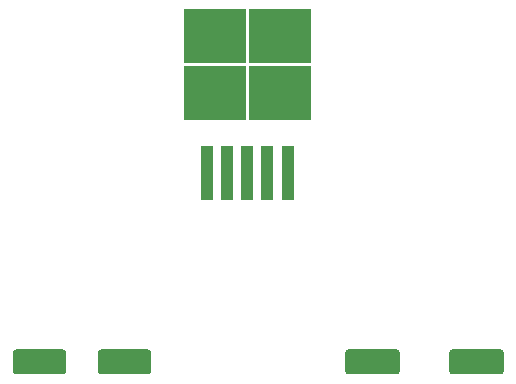
<source format=gbr>
G04 #@! TF.GenerationSoftware,KiCad,Pcbnew,(5.1.2-1)-1*
G04 #@! TF.CreationDate,2020-02-13T23:28:20-08:00*
G04 #@! TF.ProjectId,LM2576,4c4d3235-3736-42e6-9b69-6361645f7063,rev?*
G04 #@! TF.SameCoordinates,Original*
G04 #@! TF.FileFunction,Paste,Top*
G04 #@! TF.FilePolarity,Positive*
%FSLAX46Y46*%
G04 Gerber Fmt 4.6, Leading zero omitted, Abs format (unit mm)*
G04 Created by KiCad (PCBNEW (5.1.2-1)-1) date 2020-02-13 23:28:20*
%MOMM*%
%LPD*%
G04 APERTURE LIST*
%ADD10R,5.250000X4.550000*%
%ADD11R,1.100000X4.600000*%
%ADD12C,0.100000*%
%ADD13C,2.100000*%
G04 APERTURE END LIST*
D10*
X39775000Y-27275000D03*
X34225000Y-22425000D03*
X34225000Y-27275000D03*
X39775000Y-22425000D03*
D11*
X40400000Y-34000000D03*
X38700000Y-34000000D03*
X37000000Y-34000000D03*
X35300000Y-34000000D03*
X33600000Y-34000000D03*
D12*
G36*
X58474504Y-48951204D02*
G01*
X58498773Y-48954804D01*
X58522571Y-48960765D01*
X58545671Y-48969030D01*
X58567849Y-48979520D01*
X58588893Y-48992133D01*
X58608598Y-49006747D01*
X58626777Y-49023223D01*
X58643253Y-49041402D01*
X58657867Y-49061107D01*
X58670480Y-49082151D01*
X58680970Y-49104329D01*
X58689235Y-49127429D01*
X58695196Y-49151227D01*
X58698796Y-49175496D01*
X58700000Y-49200000D01*
X58700000Y-50800000D01*
X58698796Y-50824504D01*
X58695196Y-50848773D01*
X58689235Y-50872571D01*
X58680970Y-50895671D01*
X58670480Y-50917849D01*
X58657867Y-50938893D01*
X58643253Y-50958598D01*
X58626777Y-50976777D01*
X58608598Y-50993253D01*
X58588893Y-51007867D01*
X58567849Y-51020480D01*
X58545671Y-51030970D01*
X58522571Y-51039235D01*
X58498773Y-51045196D01*
X58474504Y-51048796D01*
X58450000Y-51050000D01*
X54350000Y-51050000D01*
X54325496Y-51048796D01*
X54301227Y-51045196D01*
X54277429Y-51039235D01*
X54254329Y-51030970D01*
X54232151Y-51020480D01*
X54211107Y-51007867D01*
X54191402Y-50993253D01*
X54173223Y-50976777D01*
X54156747Y-50958598D01*
X54142133Y-50938893D01*
X54129520Y-50917849D01*
X54119030Y-50895671D01*
X54110765Y-50872571D01*
X54104804Y-50848773D01*
X54101204Y-50824504D01*
X54100000Y-50800000D01*
X54100000Y-49200000D01*
X54101204Y-49175496D01*
X54104804Y-49151227D01*
X54110765Y-49127429D01*
X54119030Y-49104329D01*
X54129520Y-49082151D01*
X54142133Y-49061107D01*
X54156747Y-49041402D01*
X54173223Y-49023223D01*
X54191402Y-49006747D01*
X54211107Y-48992133D01*
X54232151Y-48979520D01*
X54254329Y-48969030D01*
X54277429Y-48960765D01*
X54301227Y-48954804D01*
X54325496Y-48951204D01*
X54350000Y-48950000D01*
X58450000Y-48950000D01*
X58474504Y-48951204D01*
X58474504Y-48951204D01*
G37*
D13*
X56400000Y-50000000D03*
D12*
G36*
X49674504Y-48951204D02*
G01*
X49698773Y-48954804D01*
X49722571Y-48960765D01*
X49745671Y-48969030D01*
X49767849Y-48979520D01*
X49788893Y-48992133D01*
X49808598Y-49006747D01*
X49826777Y-49023223D01*
X49843253Y-49041402D01*
X49857867Y-49061107D01*
X49870480Y-49082151D01*
X49880970Y-49104329D01*
X49889235Y-49127429D01*
X49895196Y-49151227D01*
X49898796Y-49175496D01*
X49900000Y-49200000D01*
X49900000Y-50800000D01*
X49898796Y-50824504D01*
X49895196Y-50848773D01*
X49889235Y-50872571D01*
X49880970Y-50895671D01*
X49870480Y-50917849D01*
X49857867Y-50938893D01*
X49843253Y-50958598D01*
X49826777Y-50976777D01*
X49808598Y-50993253D01*
X49788893Y-51007867D01*
X49767849Y-51020480D01*
X49745671Y-51030970D01*
X49722571Y-51039235D01*
X49698773Y-51045196D01*
X49674504Y-51048796D01*
X49650000Y-51050000D01*
X45550000Y-51050000D01*
X45525496Y-51048796D01*
X45501227Y-51045196D01*
X45477429Y-51039235D01*
X45454329Y-51030970D01*
X45432151Y-51020480D01*
X45411107Y-51007867D01*
X45391402Y-50993253D01*
X45373223Y-50976777D01*
X45356747Y-50958598D01*
X45342133Y-50938893D01*
X45329520Y-50917849D01*
X45319030Y-50895671D01*
X45310765Y-50872571D01*
X45304804Y-50848773D01*
X45301204Y-50824504D01*
X45300000Y-50800000D01*
X45300000Y-49200000D01*
X45301204Y-49175496D01*
X45304804Y-49151227D01*
X45310765Y-49127429D01*
X45319030Y-49104329D01*
X45329520Y-49082151D01*
X45342133Y-49061107D01*
X45356747Y-49041402D01*
X45373223Y-49023223D01*
X45391402Y-49006747D01*
X45411107Y-48992133D01*
X45432151Y-48979520D01*
X45454329Y-48969030D01*
X45477429Y-48960765D01*
X45501227Y-48954804D01*
X45525496Y-48951204D01*
X45550000Y-48950000D01*
X49650000Y-48950000D01*
X49674504Y-48951204D01*
X49674504Y-48951204D01*
G37*
D13*
X47600000Y-50000000D03*
D12*
G36*
X28624504Y-48951204D02*
G01*
X28648773Y-48954804D01*
X28672571Y-48960765D01*
X28695671Y-48969030D01*
X28717849Y-48979520D01*
X28738893Y-48992133D01*
X28758598Y-49006747D01*
X28776777Y-49023223D01*
X28793253Y-49041402D01*
X28807867Y-49061107D01*
X28820480Y-49082151D01*
X28830970Y-49104329D01*
X28839235Y-49127429D01*
X28845196Y-49151227D01*
X28848796Y-49175496D01*
X28850000Y-49200000D01*
X28850000Y-50800000D01*
X28848796Y-50824504D01*
X28845196Y-50848773D01*
X28839235Y-50872571D01*
X28830970Y-50895671D01*
X28820480Y-50917849D01*
X28807867Y-50938893D01*
X28793253Y-50958598D01*
X28776777Y-50976777D01*
X28758598Y-50993253D01*
X28738893Y-51007867D01*
X28717849Y-51020480D01*
X28695671Y-51030970D01*
X28672571Y-51039235D01*
X28648773Y-51045196D01*
X28624504Y-51048796D01*
X28600000Y-51050000D01*
X24600000Y-51050000D01*
X24575496Y-51048796D01*
X24551227Y-51045196D01*
X24527429Y-51039235D01*
X24504329Y-51030970D01*
X24482151Y-51020480D01*
X24461107Y-51007867D01*
X24441402Y-50993253D01*
X24423223Y-50976777D01*
X24406747Y-50958598D01*
X24392133Y-50938893D01*
X24379520Y-50917849D01*
X24369030Y-50895671D01*
X24360765Y-50872571D01*
X24354804Y-50848773D01*
X24351204Y-50824504D01*
X24350000Y-50800000D01*
X24350000Y-49200000D01*
X24351204Y-49175496D01*
X24354804Y-49151227D01*
X24360765Y-49127429D01*
X24369030Y-49104329D01*
X24379520Y-49082151D01*
X24392133Y-49061107D01*
X24406747Y-49041402D01*
X24423223Y-49023223D01*
X24441402Y-49006747D01*
X24461107Y-48992133D01*
X24482151Y-48979520D01*
X24504329Y-48969030D01*
X24527429Y-48960765D01*
X24551227Y-48954804D01*
X24575496Y-48951204D01*
X24600000Y-48950000D01*
X28600000Y-48950000D01*
X28624504Y-48951204D01*
X28624504Y-48951204D01*
G37*
D13*
X26600000Y-50000000D03*
D12*
G36*
X21424504Y-48951204D02*
G01*
X21448773Y-48954804D01*
X21472571Y-48960765D01*
X21495671Y-48969030D01*
X21517849Y-48979520D01*
X21538893Y-48992133D01*
X21558598Y-49006747D01*
X21576777Y-49023223D01*
X21593253Y-49041402D01*
X21607867Y-49061107D01*
X21620480Y-49082151D01*
X21630970Y-49104329D01*
X21639235Y-49127429D01*
X21645196Y-49151227D01*
X21648796Y-49175496D01*
X21650000Y-49200000D01*
X21650000Y-50800000D01*
X21648796Y-50824504D01*
X21645196Y-50848773D01*
X21639235Y-50872571D01*
X21630970Y-50895671D01*
X21620480Y-50917849D01*
X21607867Y-50938893D01*
X21593253Y-50958598D01*
X21576777Y-50976777D01*
X21558598Y-50993253D01*
X21538893Y-51007867D01*
X21517849Y-51020480D01*
X21495671Y-51030970D01*
X21472571Y-51039235D01*
X21448773Y-51045196D01*
X21424504Y-51048796D01*
X21400000Y-51050000D01*
X17400000Y-51050000D01*
X17375496Y-51048796D01*
X17351227Y-51045196D01*
X17327429Y-51039235D01*
X17304329Y-51030970D01*
X17282151Y-51020480D01*
X17261107Y-51007867D01*
X17241402Y-50993253D01*
X17223223Y-50976777D01*
X17206747Y-50958598D01*
X17192133Y-50938893D01*
X17179520Y-50917849D01*
X17169030Y-50895671D01*
X17160765Y-50872571D01*
X17154804Y-50848773D01*
X17151204Y-50824504D01*
X17150000Y-50800000D01*
X17150000Y-49200000D01*
X17151204Y-49175496D01*
X17154804Y-49151227D01*
X17160765Y-49127429D01*
X17169030Y-49104329D01*
X17179520Y-49082151D01*
X17192133Y-49061107D01*
X17206747Y-49041402D01*
X17223223Y-49023223D01*
X17241402Y-49006747D01*
X17261107Y-48992133D01*
X17282151Y-48979520D01*
X17304329Y-48969030D01*
X17327429Y-48960765D01*
X17351227Y-48954804D01*
X17375496Y-48951204D01*
X17400000Y-48950000D01*
X21400000Y-48950000D01*
X21424504Y-48951204D01*
X21424504Y-48951204D01*
G37*
D13*
X19400000Y-50000000D03*
M02*

</source>
